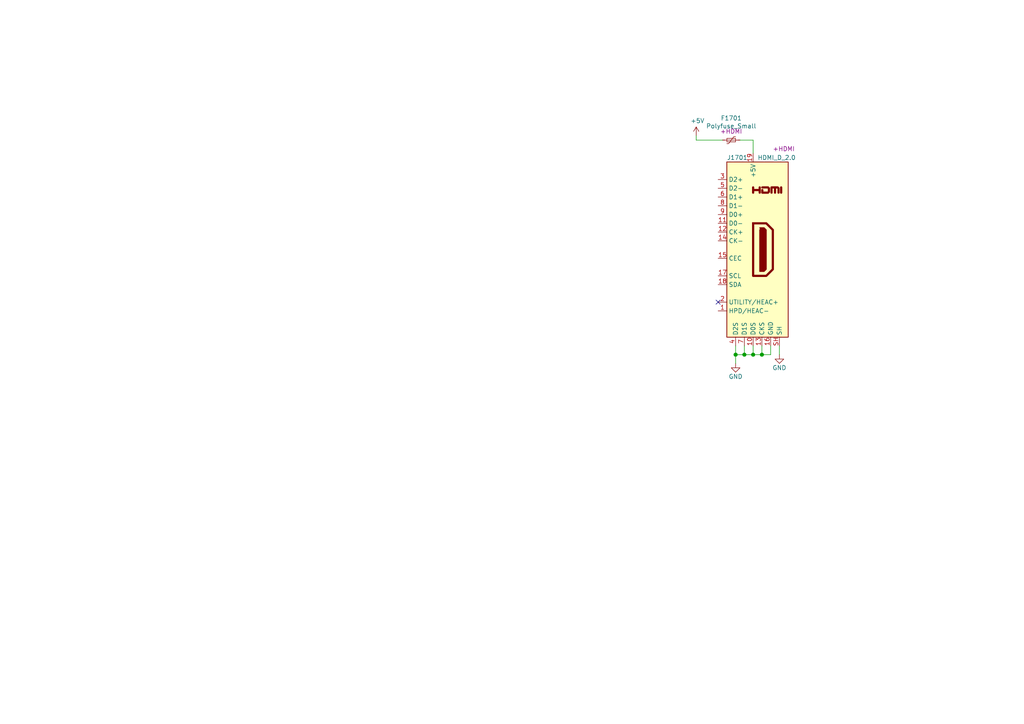
<source format=kicad_sch>
(kicad_sch (version 20231120) (generator "eeschema") (generator_version "8.0")
  (paper "A4")
  (title_block (title "Overview") (date "2022-11-06") (rev "1.3b") (company "Nabu Casa") (comment 1 "www.nabucasa.com") (comment 2 "Yellow"))
  (lib_symbols
    (symbol "Connector:HDMI_D_1.4"
      (property "Reference" "J" (at -6.35 26.67 0))
      (property "Value" "HDMI_D_1.4" (at 10.16 26.67 0))
      (symbol "HDMI_D_1.4_0_0"
        (polyline (pts (xy 8.128 16.51) (xy 8.128 18.034)) (stroke (width 0.635)))
        (polyline (pts (xy 0 16.51) (xy 0 18.034) (xy 0 17.272) (xy 1.905 17.272) (xy 1.905 18.034) (xy 1.905 16.51)) (stroke (width 0.635)))
        (polyline (pts (xy 2.667 18.034) (xy 4.318 18.034) (xy 4.572 17.78) (xy 4.572 16.764) (xy 4.318 16.51) (xy 2.667 16.51) (xy 2.667 17.272)) (stroke (width 0.635)))
      )
      (symbol "HDMI_D_1.4_0_1"
        (rectangle (start -7.62 25.4) (end 10.16 -25.4) (stroke (width 0.254)) (fill (type background)))
        (polyline (pts (xy 0 7.62) (xy 3.81 7.62) (xy 5.715 5.715) (xy 5.715 -5.715) (xy 3.81 -7.62) (xy 0 -7.62) (xy 0 7.62)) (stroke (width 0.635)))
        (polyline (pts (xy 1.905 6.35) (xy 3.175 6.35) (xy 3.81 5.715) (xy 3.81 -5.715) (xy 3.175 -6.35) (xy 1.905 -6.35) (xy 1.905 5.715)) (stroke (width 0.254)) (fill (type outline)))
        (polyline (pts (xy 5.334 16.51) (xy 5.334 18.034) (xy 6.35 18.034) (xy 6.35 16.51) (xy 6.35 18.034) (xy 7.112 18.034) (xy 7.366 17.78) (xy 7.366 16.51)) (stroke (width 0.635)))
      )
      (symbol "HDMI_D_1.4_1_1"
        (pin passive line (at -10.16 -17.78 0) (length 2.54) (name "HPD/HEAC-") (number "1"))
        (pin power_in line (at 0 -27.94 90) (length 2.54) (name "D0S") (number "10"))
        (pin passive line (at -10.16 7.62 0) (length 2.54) (name "D0-") (number "11"))
        (pin passive line (at -10.16 5.08 0) (length 2.54) (name "CK+") (number "12"))
        (pin power_in line (at 2.54 -27.94 90) (length 2.54) (name "CKS") (number "13"))
        (pin passive line (at -10.16 2.54 0) (length 2.54) (name "CK-") (number "14"))
        (pin bidirectional line (at -10.16 -2.54 0) (length 2.54) (name "CEC") (number "15"))
        (pin power_in line (at 5.08 -27.94 90) (length 2.54) (name "GND") (number "16"))
        (pin passive line (at -10.16 -7.62 0) (length 2.54) (name "SCL") (number "17"))
        (pin bidirectional line (at -10.16 -10.16 0) (length 2.54) (name "SDA") (number "18"))
        (pin power_in line (at 0 27.94 270) (length 2.54) (name "+5V") (number "19"))
        (pin passive line (at -10.16 -15.24 0) (length 2.54) (name "UTILITY/HEAC+") (number "2"))
        (pin passive line (at -10.16 20.32 0) (length 2.54) (name "D2+") (number "3"))
        (pin power_in line (at -5.08 -27.94 90) (length 2.54) (name "D2S") (number "4"))
        (pin passive line (at -10.16 17.78 0) (length 2.54) (name "D2-") (number "5"))
        (pin passive line (at -10.16 15.24 0) (length 2.54) (name "D1+") (number "6"))
        (pin power_in line (at -2.54 -27.94 90) (length 2.54) (name "D1S") (number "7"))
        (pin passive line (at -10.16 12.7 0) (length 2.54) (name "D1-") (number "8"))
        (pin passive line (at -10.16 10.16 0) (length 2.54) (name "D0+") (number "9"))
        (pin passive line (at 7.62 -27.94 90) (length 2.54) (name "SH") (number "SH"))
      )
    )
    (symbol "Device:Polyfuse_Small" (pin_numbers hide) (pin_names (offset 0))
      (property "Reference" "F" (at -1.905 0 90))
      (property "Value" "Polyfuse_Small" (at 1.905 0 90))
      (symbol "Polyfuse_Small_0_1"
        (rectangle (start -0.508 1.27) (end 0.508 -1.27))
        (polyline (pts (xy 0 2.54) (xy 0 -2.54)))
        (polyline (pts (xy -1.016 1.27) (xy -1.016 0.762) (xy 1.016 -0.762) (xy 1.016 -1.27)))
      )
      (symbol "Polyfuse_Small_1_1"
        (pin passive line (at 0 2.54 270) (length 0.635) (name "~") (number "1"))
        (pin passive line (at 0 -2.54 90) (length 0.635) (name "~") (number "2"))
      )
    )
    (symbol "power:+5V" (power) (pin_names (offset 0))
      (property "Value" "+5V" (at 0 3.556 0))
      (symbol "+5V_0_1"
        (polyline (pts (xy -0.762 1.27) (xy 0 2.54)))
        (polyline (pts (xy 0 0) (xy 0 2.54)))
        (polyline (pts (xy 0 2.54) (xy 0.762 1.27)))
      )
      (symbol "+5V_1_1"
        (pin power_in line (at 0 0 90) (length 0) hide (name "+5V") (number "1"))
      )
    )
    (symbol "power:GND" (power) (pin_names (offset 0))
      (property "Value" "GND" (at 0 -3.81 0))
      (symbol "GND_0_1"
        (polyline (pts (xy 0 0) (xy 0 -1.27) (xy 1.27 -1.27) (xy 0 -2.54) (xy -1.27 -1.27) (xy 0 -1.27)))
      )
      (symbol "GND_1_1"
        (pin power_in line (at 0 0 270) (length 0) hide (name "GND") (number "1"))
      )
    )
  )
  (junction (at 220.98 102.87) (diameter 1.016))
  (junction (at 215.9 102.87) (diameter 1.016))
  (junction (at 218.44 102.87) (diameter 1.016))
  (junction (at 213.36 102.87) (diameter 1.016))
  (no_connect (at 208.28 87.63))
  (wire (pts (xy 213.36 102.87) (xy 213.36 105.41)))
  (wire (pts (xy 218.44 102.87) (xy 220.98 102.87)))
  (wire (pts (xy 220.98 102.87) (xy 223.52 102.87)))
  (wire (pts (xy 226.06 102.87) (xy 226.06 100.33)))
  (wire (pts (xy 209.55 40.64) (xy 201.93 40.64)))
  (wire (pts (xy 213.36 102.87) (xy 215.9 102.87)))
  (wire (pts (xy 215.9 102.87) (xy 215.9 100.33)))
  (wire (pts (xy 201.93 40.64) (xy 201.93 39.37)))
  (wire (pts (xy 220.98 102.87) (xy 220.98 100.33)))
  (wire (pts (xy 223.52 102.87) (xy 223.52 100.33)))
  (wire (pts (xy 213.36 100.33) (xy 213.36 102.87)))
  (wire (pts (xy 218.44 102.87) (xy 218.44 100.33)))
  (wire (pts (xy 218.44 40.64) (xy 214.63 40.64)))
  (wire (pts (xy 218.44 44.45) (xy 218.44 40.64)))
  (wire (pts (xy 215.9 102.87) (xy 218.44 102.87)))
  (symbol (lib_id "power:GND") (at 213.36 105.41 0) (unit 1)
    (property "Reference" "#PWR01702" (effects (hide yes)))
    (property "Value" "GND" (at 213.36 109.22 0))
  )
  (symbol (lib_id "Connector:HDMI_D_1.4") (at 218.44 72.39 0) (unit 1)
    (property "Reference" "J1701" (at 210.82 45.72 0) (effects (justify left)))
    (property "Value" "HDMI_D_2.0" (at 219.71 45.72 0) (effects (justify left)))
    (property "Footprint" "Connector_HDMI:HDMI_Micro-D_Molex_46765-1x01" (effects (hide yes)))
    (property "Datasheet" "http://pinoutguide.com/PortableDevices/micro_hdmi_type_d_pinout.shtml" (effects (hide yes)))
    (property "Config" "+HDMI" (at 227.33 43.18 0))
    (property "Manufacturer" "Molex" (effects (hide yes)))
    (property "PartNumber" "0467651301" (effects (hide yes)))
  )
  (symbol (lib_id "Device:Polyfuse_Small") (at 212.09 40.64 90) (unit 1)
    (property "Reference" "F1701" (at 212.09 34.2708 90))
    (property "Value" "Polyfuse_Small" (at 212.09 36.5695 90))
    (property "Footprint" "Fuse:Fuse_1206_3216Metric" (effects (hide yes)))
    (property "Config" "+HDMI" (at 212.09 38.1 90))
    (property "Manufacturer" "Bel Fuse" (effects (hide yes)))
    (property "PartNumber" "0ZCJ0010FF2E" (effects (hide yes)))
  )
  (symbol (lib_id "power:+5V") (at 201.93 39.37 0) (unit 1)
    (property "Reference" "#PWR01701" (effects (hide yes)))
    (property "Value" "+5V" (at 202.2983 35.0456 0))
  )
  (symbol (lib_id "power:GND") (at 226.06 102.87 0) (unit 1)
    (property "Reference" "#PWR01703" (effects (hide yes)))
    (property "Value" "GND" (at 226.06 106.68 0))
  )
)
</source>
